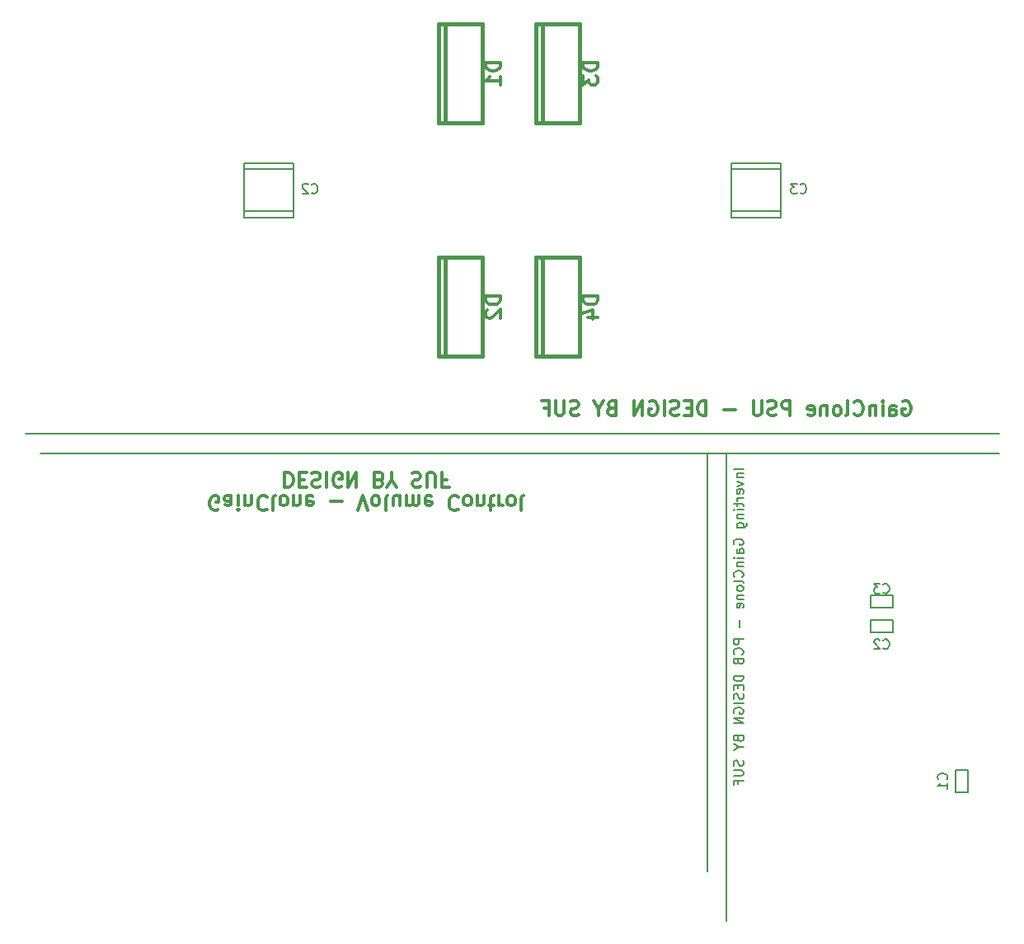
<source format=gbo>
G04 (created by PCBNEW (2013-07-07 BZR 4022)-stable) date 27/10/2013 04:34:24*
%MOIN*%
G04 Gerber Fmt 3.4, Leading zero omitted, Abs format*
%FSLAX34Y34*%
G01*
G70*
G90*
G04 APERTURE LIST*
%ADD10C,0.00393701*%
%ADD11C,0.00787402*%
%ADD12C,0.011811*%
%ADD13C,0.005*%
%ADD14C,0.015*%
G04 APERTURE END LIST*
G54D10*
G54D11*
X13779Y-27559D02*
X53149Y-27559D01*
X41338Y-28346D02*
X41338Y-45275D01*
X42125Y-28346D02*
X42125Y-47244D01*
X53149Y-28346D02*
X14370Y-28346D01*
X42806Y-28984D02*
X42413Y-28984D01*
X42544Y-29171D02*
X42806Y-29171D01*
X42582Y-29171D02*
X42563Y-29190D01*
X42544Y-29227D01*
X42544Y-29284D01*
X42563Y-29321D01*
X42600Y-29340D01*
X42806Y-29340D01*
X42544Y-29490D02*
X42806Y-29583D01*
X42544Y-29677D01*
X42788Y-29977D02*
X42806Y-29940D01*
X42806Y-29865D01*
X42788Y-29827D01*
X42750Y-29808D01*
X42600Y-29808D01*
X42563Y-29827D01*
X42544Y-29865D01*
X42544Y-29940D01*
X42563Y-29977D01*
X42600Y-29996D01*
X42638Y-29996D01*
X42675Y-29808D01*
X42806Y-30165D02*
X42544Y-30165D01*
X42619Y-30165D02*
X42582Y-30183D01*
X42563Y-30202D01*
X42544Y-30240D01*
X42544Y-30277D01*
X42544Y-30352D02*
X42544Y-30502D01*
X42413Y-30408D02*
X42750Y-30408D01*
X42788Y-30427D01*
X42806Y-30465D01*
X42806Y-30502D01*
X42806Y-30633D02*
X42544Y-30633D01*
X42413Y-30633D02*
X42432Y-30615D01*
X42450Y-30633D01*
X42432Y-30652D01*
X42413Y-30633D01*
X42450Y-30633D01*
X42544Y-30821D02*
X42806Y-30821D01*
X42582Y-30821D02*
X42563Y-30840D01*
X42544Y-30877D01*
X42544Y-30933D01*
X42563Y-30971D01*
X42600Y-30990D01*
X42806Y-30990D01*
X42544Y-31346D02*
X42863Y-31346D01*
X42900Y-31327D01*
X42919Y-31308D01*
X42938Y-31271D01*
X42938Y-31215D01*
X42919Y-31177D01*
X42788Y-31346D02*
X42806Y-31308D01*
X42806Y-31233D01*
X42788Y-31196D01*
X42769Y-31177D01*
X42732Y-31158D01*
X42619Y-31158D01*
X42582Y-31177D01*
X42563Y-31196D01*
X42544Y-31233D01*
X42544Y-31308D01*
X42563Y-31346D01*
X42432Y-32039D02*
X42413Y-32002D01*
X42413Y-31946D01*
X42432Y-31889D01*
X42469Y-31852D01*
X42507Y-31833D01*
X42582Y-31814D01*
X42638Y-31814D01*
X42713Y-31833D01*
X42750Y-31852D01*
X42788Y-31889D01*
X42806Y-31946D01*
X42806Y-31983D01*
X42788Y-32039D01*
X42769Y-32058D01*
X42638Y-32058D01*
X42638Y-31983D01*
X42806Y-32396D02*
X42600Y-32396D01*
X42563Y-32377D01*
X42544Y-32339D01*
X42544Y-32264D01*
X42563Y-32227D01*
X42788Y-32396D02*
X42806Y-32358D01*
X42806Y-32264D01*
X42788Y-32227D01*
X42750Y-32208D01*
X42713Y-32208D01*
X42675Y-32227D01*
X42657Y-32264D01*
X42657Y-32358D01*
X42638Y-32396D01*
X42806Y-32583D02*
X42544Y-32583D01*
X42413Y-32583D02*
X42432Y-32564D01*
X42450Y-32583D01*
X42432Y-32602D01*
X42413Y-32583D01*
X42450Y-32583D01*
X42544Y-32771D02*
X42806Y-32771D01*
X42582Y-32771D02*
X42563Y-32789D01*
X42544Y-32827D01*
X42544Y-32883D01*
X42563Y-32921D01*
X42600Y-32939D01*
X42806Y-32939D01*
X42769Y-33352D02*
X42788Y-33333D01*
X42806Y-33277D01*
X42806Y-33239D01*
X42788Y-33183D01*
X42750Y-33146D01*
X42713Y-33127D01*
X42638Y-33108D01*
X42582Y-33108D01*
X42507Y-33127D01*
X42469Y-33146D01*
X42432Y-33183D01*
X42413Y-33239D01*
X42413Y-33277D01*
X42432Y-33333D01*
X42450Y-33352D01*
X42806Y-33577D02*
X42788Y-33539D01*
X42750Y-33520D01*
X42413Y-33520D01*
X42806Y-33783D02*
X42788Y-33745D01*
X42769Y-33727D01*
X42732Y-33708D01*
X42619Y-33708D01*
X42582Y-33727D01*
X42563Y-33745D01*
X42544Y-33783D01*
X42544Y-33839D01*
X42563Y-33877D01*
X42582Y-33895D01*
X42619Y-33914D01*
X42732Y-33914D01*
X42769Y-33895D01*
X42788Y-33877D01*
X42806Y-33839D01*
X42806Y-33783D01*
X42544Y-34083D02*
X42806Y-34083D01*
X42582Y-34083D02*
X42563Y-34102D01*
X42544Y-34139D01*
X42544Y-34195D01*
X42563Y-34233D01*
X42600Y-34252D01*
X42806Y-34252D01*
X42788Y-34589D02*
X42806Y-34552D01*
X42806Y-34477D01*
X42788Y-34439D01*
X42750Y-34420D01*
X42600Y-34420D01*
X42563Y-34439D01*
X42544Y-34477D01*
X42544Y-34552D01*
X42563Y-34589D01*
X42600Y-34608D01*
X42638Y-34608D01*
X42675Y-34420D01*
X42657Y-35077D02*
X42657Y-35377D01*
X42806Y-35864D02*
X42413Y-35864D01*
X42413Y-36014D01*
X42432Y-36051D01*
X42450Y-36070D01*
X42488Y-36089D01*
X42544Y-36089D01*
X42582Y-36070D01*
X42600Y-36051D01*
X42619Y-36014D01*
X42619Y-35864D01*
X42769Y-36483D02*
X42788Y-36464D01*
X42806Y-36408D01*
X42806Y-36370D01*
X42788Y-36314D01*
X42750Y-36276D01*
X42713Y-36258D01*
X42638Y-36239D01*
X42582Y-36239D01*
X42507Y-36258D01*
X42469Y-36276D01*
X42432Y-36314D01*
X42413Y-36370D01*
X42413Y-36408D01*
X42432Y-36464D01*
X42450Y-36483D01*
X42600Y-36783D02*
X42619Y-36839D01*
X42638Y-36858D01*
X42675Y-36876D01*
X42732Y-36876D01*
X42769Y-36858D01*
X42788Y-36839D01*
X42806Y-36801D01*
X42806Y-36651D01*
X42413Y-36651D01*
X42413Y-36783D01*
X42432Y-36820D01*
X42450Y-36839D01*
X42488Y-36858D01*
X42525Y-36858D01*
X42563Y-36839D01*
X42582Y-36820D01*
X42600Y-36783D01*
X42600Y-36651D01*
X42806Y-37345D02*
X42413Y-37345D01*
X42413Y-37439D01*
X42432Y-37495D01*
X42469Y-37532D01*
X42507Y-37551D01*
X42582Y-37570D01*
X42638Y-37570D01*
X42713Y-37551D01*
X42750Y-37532D01*
X42788Y-37495D01*
X42806Y-37439D01*
X42806Y-37345D01*
X42600Y-37739D02*
X42600Y-37870D01*
X42806Y-37926D02*
X42806Y-37739D01*
X42413Y-37739D01*
X42413Y-37926D01*
X42788Y-38076D02*
X42806Y-38132D01*
X42806Y-38226D01*
X42788Y-38264D01*
X42769Y-38282D01*
X42732Y-38301D01*
X42694Y-38301D01*
X42657Y-38282D01*
X42638Y-38264D01*
X42619Y-38226D01*
X42600Y-38151D01*
X42582Y-38114D01*
X42563Y-38095D01*
X42525Y-38076D01*
X42488Y-38076D01*
X42450Y-38095D01*
X42432Y-38114D01*
X42413Y-38151D01*
X42413Y-38245D01*
X42432Y-38301D01*
X42806Y-38470D02*
X42413Y-38470D01*
X42432Y-38864D02*
X42413Y-38826D01*
X42413Y-38770D01*
X42432Y-38714D01*
X42469Y-38676D01*
X42507Y-38657D01*
X42582Y-38639D01*
X42638Y-38639D01*
X42713Y-38657D01*
X42750Y-38676D01*
X42788Y-38714D01*
X42806Y-38770D01*
X42806Y-38807D01*
X42788Y-38864D01*
X42769Y-38882D01*
X42638Y-38882D01*
X42638Y-38807D01*
X42806Y-39051D02*
X42413Y-39051D01*
X42806Y-39276D01*
X42413Y-39276D01*
X42600Y-39895D02*
X42619Y-39951D01*
X42638Y-39970D01*
X42675Y-39988D01*
X42732Y-39988D01*
X42769Y-39970D01*
X42788Y-39951D01*
X42806Y-39913D01*
X42806Y-39763D01*
X42413Y-39763D01*
X42413Y-39895D01*
X42432Y-39932D01*
X42450Y-39951D01*
X42488Y-39970D01*
X42525Y-39970D01*
X42563Y-39951D01*
X42582Y-39932D01*
X42600Y-39895D01*
X42600Y-39763D01*
X42619Y-40232D02*
X42806Y-40232D01*
X42413Y-40101D02*
X42619Y-40232D01*
X42413Y-40363D01*
X42788Y-40776D02*
X42806Y-40832D01*
X42806Y-40926D01*
X42788Y-40963D01*
X42769Y-40982D01*
X42732Y-41001D01*
X42694Y-41001D01*
X42657Y-40982D01*
X42638Y-40963D01*
X42619Y-40926D01*
X42600Y-40851D01*
X42582Y-40813D01*
X42563Y-40795D01*
X42525Y-40776D01*
X42488Y-40776D01*
X42450Y-40795D01*
X42432Y-40813D01*
X42413Y-40851D01*
X42413Y-40945D01*
X42432Y-41001D01*
X42413Y-41170D02*
X42732Y-41170D01*
X42769Y-41188D01*
X42788Y-41207D01*
X42806Y-41245D01*
X42806Y-41320D01*
X42788Y-41357D01*
X42769Y-41376D01*
X42732Y-41395D01*
X42413Y-41395D01*
X42600Y-41713D02*
X42600Y-41582D01*
X42806Y-41582D02*
X42413Y-41582D01*
X42413Y-41769D01*
G54D12*
X49254Y-26265D02*
X49310Y-26237D01*
X49394Y-26237D01*
X49479Y-26265D01*
X49535Y-26321D01*
X49563Y-26378D01*
X49591Y-26490D01*
X49591Y-26574D01*
X49563Y-26687D01*
X49535Y-26743D01*
X49479Y-26799D01*
X49394Y-26828D01*
X49338Y-26828D01*
X49254Y-26799D01*
X49225Y-26771D01*
X49225Y-26574D01*
X49338Y-26574D01*
X48719Y-26828D02*
X48719Y-26518D01*
X48747Y-26462D01*
X48804Y-26434D01*
X48916Y-26434D01*
X48972Y-26462D01*
X48719Y-26799D02*
X48776Y-26828D01*
X48916Y-26828D01*
X48972Y-26799D01*
X49001Y-26743D01*
X49001Y-26687D01*
X48972Y-26631D01*
X48916Y-26603D01*
X48776Y-26603D01*
X48719Y-26574D01*
X48438Y-26828D02*
X48438Y-26434D01*
X48438Y-26237D02*
X48466Y-26265D01*
X48438Y-26293D01*
X48410Y-26265D01*
X48438Y-26237D01*
X48438Y-26293D01*
X48157Y-26434D02*
X48157Y-26828D01*
X48157Y-26490D02*
X48129Y-26462D01*
X48073Y-26434D01*
X47988Y-26434D01*
X47932Y-26462D01*
X47904Y-26518D01*
X47904Y-26828D01*
X47285Y-26771D02*
X47313Y-26799D01*
X47398Y-26828D01*
X47454Y-26828D01*
X47538Y-26799D01*
X47594Y-26743D01*
X47623Y-26687D01*
X47651Y-26574D01*
X47651Y-26490D01*
X47623Y-26378D01*
X47594Y-26321D01*
X47538Y-26265D01*
X47454Y-26237D01*
X47398Y-26237D01*
X47313Y-26265D01*
X47285Y-26293D01*
X46948Y-26828D02*
X47004Y-26799D01*
X47032Y-26743D01*
X47032Y-26237D01*
X46638Y-26828D02*
X46695Y-26799D01*
X46723Y-26771D01*
X46751Y-26715D01*
X46751Y-26546D01*
X46723Y-26490D01*
X46695Y-26462D01*
X46638Y-26434D01*
X46554Y-26434D01*
X46498Y-26462D01*
X46470Y-26490D01*
X46441Y-26546D01*
X46441Y-26715D01*
X46470Y-26771D01*
X46498Y-26799D01*
X46554Y-26828D01*
X46638Y-26828D01*
X46188Y-26434D02*
X46188Y-26828D01*
X46188Y-26490D02*
X46160Y-26462D01*
X46104Y-26434D01*
X46020Y-26434D01*
X45963Y-26462D01*
X45935Y-26518D01*
X45935Y-26828D01*
X45429Y-26799D02*
X45485Y-26828D01*
X45598Y-26828D01*
X45654Y-26799D01*
X45682Y-26743D01*
X45682Y-26518D01*
X45654Y-26462D01*
X45598Y-26434D01*
X45485Y-26434D01*
X45429Y-26462D01*
X45401Y-26518D01*
X45401Y-26574D01*
X45682Y-26631D01*
X44698Y-26828D02*
X44698Y-26237D01*
X44473Y-26237D01*
X44417Y-26265D01*
X44389Y-26293D01*
X44360Y-26349D01*
X44360Y-26434D01*
X44389Y-26490D01*
X44417Y-26518D01*
X44473Y-26546D01*
X44698Y-26546D01*
X44135Y-26799D02*
X44051Y-26828D01*
X43911Y-26828D01*
X43854Y-26799D01*
X43826Y-26771D01*
X43798Y-26715D01*
X43798Y-26659D01*
X43826Y-26603D01*
X43854Y-26574D01*
X43911Y-26546D01*
X44023Y-26518D01*
X44079Y-26490D01*
X44107Y-26462D01*
X44135Y-26406D01*
X44135Y-26349D01*
X44107Y-26293D01*
X44079Y-26265D01*
X44023Y-26237D01*
X43882Y-26237D01*
X43798Y-26265D01*
X43545Y-26237D02*
X43545Y-26715D01*
X43517Y-26771D01*
X43489Y-26799D01*
X43432Y-26828D01*
X43320Y-26828D01*
X43264Y-26799D01*
X43236Y-26771D01*
X43207Y-26715D01*
X43207Y-26237D01*
X42476Y-26603D02*
X42026Y-26603D01*
X41295Y-26828D02*
X41295Y-26237D01*
X41155Y-26237D01*
X41070Y-26265D01*
X41014Y-26321D01*
X40986Y-26378D01*
X40958Y-26490D01*
X40958Y-26574D01*
X40986Y-26687D01*
X41014Y-26743D01*
X41070Y-26799D01*
X41155Y-26828D01*
X41295Y-26828D01*
X40705Y-26518D02*
X40508Y-26518D01*
X40423Y-26828D02*
X40705Y-26828D01*
X40705Y-26237D01*
X40423Y-26237D01*
X40198Y-26799D02*
X40114Y-26828D01*
X39974Y-26828D01*
X39917Y-26799D01*
X39889Y-26771D01*
X39861Y-26715D01*
X39861Y-26659D01*
X39889Y-26603D01*
X39917Y-26574D01*
X39974Y-26546D01*
X40086Y-26518D01*
X40142Y-26490D01*
X40170Y-26462D01*
X40198Y-26406D01*
X40198Y-26349D01*
X40170Y-26293D01*
X40142Y-26265D01*
X40086Y-26237D01*
X39945Y-26237D01*
X39861Y-26265D01*
X39608Y-26828D02*
X39608Y-26237D01*
X39017Y-26265D02*
X39074Y-26237D01*
X39158Y-26237D01*
X39242Y-26265D01*
X39299Y-26321D01*
X39327Y-26378D01*
X39355Y-26490D01*
X39355Y-26574D01*
X39327Y-26687D01*
X39299Y-26743D01*
X39242Y-26799D01*
X39158Y-26828D01*
X39102Y-26828D01*
X39017Y-26799D01*
X38989Y-26771D01*
X38989Y-26574D01*
X39102Y-26574D01*
X38736Y-26828D02*
X38736Y-26237D01*
X38399Y-26828D01*
X38399Y-26237D01*
X37471Y-26518D02*
X37386Y-26546D01*
X37358Y-26574D01*
X37330Y-26631D01*
X37330Y-26715D01*
X37358Y-26771D01*
X37386Y-26799D01*
X37443Y-26828D01*
X37668Y-26828D01*
X37668Y-26237D01*
X37471Y-26237D01*
X37414Y-26265D01*
X37386Y-26293D01*
X37358Y-26349D01*
X37358Y-26406D01*
X37386Y-26462D01*
X37414Y-26490D01*
X37471Y-26518D01*
X37668Y-26518D01*
X36965Y-26546D02*
X36965Y-26828D01*
X37161Y-26237D02*
X36965Y-26546D01*
X36768Y-26237D01*
X36149Y-26799D02*
X36065Y-26828D01*
X35924Y-26828D01*
X35868Y-26799D01*
X35840Y-26771D01*
X35812Y-26715D01*
X35812Y-26659D01*
X35840Y-26603D01*
X35868Y-26574D01*
X35924Y-26546D01*
X36037Y-26518D01*
X36093Y-26490D01*
X36121Y-26462D01*
X36149Y-26406D01*
X36149Y-26349D01*
X36121Y-26293D01*
X36093Y-26265D01*
X36037Y-26237D01*
X35896Y-26237D01*
X35812Y-26265D01*
X35558Y-26237D02*
X35558Y-26715D01*
X35530Y-26771D01*
X35502Y-26799D01*
X35446Y-26828D01*
X35333Y-26828D01*
X35277Y-26799D01*
X35249Y-26771D01*
X35221Y-26715D01*
X35221Y-26237D01*
X34743Y-26518D02*
X34940Y-26518D01*
X34940Y-26828D02*
X34940Y-26237D01*
X34659Y-26237D01*
X21569Y-30638D02*
X21512Y-30666D01*
X21428Y-30666D01*
X21344Y-30638D01*
X21287Y-30582D01*
X21259Y-30525D01*
X21231Y-30413D01*
X21231Y-30329D01*
X21259Y-30216D01*
X21287Y-30160D01*
X21344Y-30104D01*
X21428Y-30075D01*
X21484Y-30075D01*
X21569Y-30104D01*
X21597Y-30132D01*
X21597Y-30329D01*
X21484Y-30329D01*
X22103Y-30075D02*
X22103Y-30385D01*
X22075Y-30441D01*
X22019Y-30469D01*
X21906Y-30469D01*
X21850Y-30441D01*
X22103Y-30104D02*
X22047Y-30075D01*
X21906Y-30075D01*
X21850Y-30104D01*
X21822Y-30160D01*
X21822Y-30216D01*
X21850Y-30272D01*
X21906Y-30300D01*
X22047Y-30300D01*
X22103Y-30329D01*
X22384Y-30075D02*
X22384Y-30469D01*
X22384Y-30666D02*
X22356Y-30638D01*
X22384Y-30610D01*
X22412Y-30638D01*
X22384Y-30666D01*
X22384Y-30610D01*
X22665Y-30469D02*
X22665Y-30075D01*
X22665Y-30413D02*
X22694Y-30441D01*
X22750Y-30469D01*
X22834Y-30469D01*
X22890Y-30441D01*
X22919Y-30385D01*
X22919Y-30075D01*
X23537Y-30132D02*
X23509Y-30104D01*
X23425Y-30075D01*
X23368Y-30075D01*
X23284Y-30104D01*
X23228Y-30160D01*
X23200Y-30216D01*
X23172Y-30329D01*
X23172Y-30413D01*
X23200Y-30525D01*
X23228Y-30582D01*
X23284Y-30638D01*
X23368Y-30666D01*
X23425Y-30666D01*
X23509Y-30638D01*
X23537Y-30610D01*
X23875Y-30075D02*
X23818Y-30104D01*
X23790Y-30160D01*
X23790Y-30666D01*
X24184Y-30075D02*
X24128Y-30104D01*
X24100Y-30132D01*
X24071Y-30188D01*
X24071Y-30357D01*
X24100Y-30413D01*
X24128Y-30441D01*
X24184Y-30469D01*
X24268Y-30469D01*
X24325Y-30441D01*
X24353Y-30413D01*
X24381Y-30357D01*
X24381Y-30188D01*
X24353Y-30132D01*
X24325Y-30104D01*
X24268Y-30075D01*
X24184Y-30075D01*
X24634Y-30469D02*
X24634Y-30075D01*
X24634Y-30413D02*
X24662Y-30441D01*
X24718Y-30469D01*
X24803Y-30469D01*
X24859Y-30441D01*
X24887Y-30385D01*
X24887Y-30075D01*
X25393Y-30104D02*
X25337Y-30075D01*
X25224Y-30075D01*
X25168Y-30104D01*
X25140Y-30160D01*
X25140Y-30385D01*
X25168Y-30441D01*
X25224Y-30469D01*
X25337Y-30469D01*
X25393Y-30441D01*
X25421Y-30385D01*
X25421Y-30329D01*
X25140Y-30272D01*
X26124Y-30300D02*
X26574Y-30300D01*
X27221Y-30666D02*
X27418Y-30075D01*
X27615Y-30666D01*
X27896Y-30075D02*
X27840Y-30104D01*
X27812Y-30132D01*
X27784Y-30188D01*
X27784Y-30357D01*
X27812Y-30413D01*
X27840Y-30441D01*
X27896Y-30469D01*
X27980Y-30469D01*
X28037Y-30441D01*
X28065Y-30413D01*
X28093Y-30357D01*
X28093Y-30188D01*
X28065Y-30132D01*
X28037Y-30104D01*
X27980Y-30075D01*
X27896Y-30075D01*
X28430Y-30075D02*
X28374Y-30104D01*
X28346Y-30160D01*
X28346Y-30666D01*
X28908Y-30469D02*
X28908Y-30075D01*
X28655Y-30469D02*
X28655Y-30160D01*
X28683Y-30104D01*
X28740Y-30075D01*
X28824Y-30075D01*
X28880Y-30104D01*
X28908Y-30132D01*
X29190Y-30075D02*
X29190Y-30469D01*
X29190Y-30413D02*
X29218Y-30441D01*
X29274Y-30469D01*
X29358Y-30469D01*
X29415Y-30441D01*
X29443Y-30385D01*
X29443Y-30075D01*
X29443Y-30385D02*
X29471Y-30441D01*
X29527Y-30469D01*
X29611Y-30469D01*
X29668Y-30441D01*
X29696Y-30385D01*
X29696Y-30075D01*
X30202Y-30104D02*
X30146Y-30075D01*
X30033Y-30075D01*
X29977Y-30104D01*
X29949Y-30160D01*
X29949Y-30385D01*
X29977Y-30441D01*
X30033Y-30469D01*
X30146Y-30469D01*
X30202Y-30441D01*
X30230Y-30385D01*
X30230Y-30329D01*
X29949Y-30272D01*
X31271Y-30132D02*
X31242Y-30104D01*
X31158Y-30075D01*
X31102Y-30075D01*
X31017Y-30104D01*
X30961Y-30160D01*
X30933Y-30216D01*
X30905Y-30329D01*
X30905Y-30413D01*
X30933Y-30525D01*
X30961Y-30582D01*
X31017Y-30638D01*
X31102Y-30666D01*
X31158Y-30666D01*
X31242Y-30638D01*
X31271Y-30610D01*
X31608Y-30075D02*
X31552Y-30104D01*
X31524Y-30132D01*
X31496Y-30188D01*
X31496Y-30357D01*
X31524Y-30413D01*
X31552Y-30441D01*
X31608Y-30469D01*
X31692Y-30469D01*
X31749Y-30441D01*
X31777Y-30413D01*
X31805Y-30357D01*
X31805Y-30188D01*
X31777Y-30132D01*
X31749Y-30104D01*
X31692Y-30075D01*
X31608Y-30075D01*
X32058Y-30469D02*
X32058Y-30075D01*
X32058Y-30413D02*
X32086Y-30441D01*
X32142Y-30469D01*
X32227Y-30469D01*
X32283Y-30441D01*
X32311Y-30385D01*
X32311Y-30075D01*
X32508Y-30469D02*
X32733Y-30469D01*
X32592Y-30666D02*
X32592Y-30160D01*
X32620Y-30104D01*
X32677Y-30075D01*
X32733Y-30075D01*
X32930Y-30075D02*
X32930Y-30469D01*
X32930Y-30357D02*
X32958Y-30413D01*
X32986Y-30441D01*
X33042Y-30469D01*
X33098Y-30469D01*
X33380Y-30075D02*
X33323Y-30104D01*
X33295Y-30132D01*
X33267Y-30188D01*
X33267Y-30357D01*
X33295Y-30413D01*
X33323Y-30441D01*
X33380Y-30469D01*
X33464Y-30469D01*
X33520Y-30441D01*
X33548Y-30413D01*
X33577Y-30357D01*
X33577Y-30188D01*
X33548Y-30132D01*
X33520Y-30104D01*
X33464Y-30075D01*
X33380Y-30075D01*
X33914Y-30075D02*
X33858Y-30104D01*
X33830Y-30160D01*
X33830Y-30666D01*
X24268Y-29131D02*
X24268Y-29721D01*
X24409Y-29721D01*
X24493Y-29693D01*
X24550Y-29637D01*
X24578Y-29580D01*
X24606Y-29468D01*
X24606Y-29384D01*
X24578Y-29271D01*
X24550Y-29215D01*
X24493Y-29159D01*
X24409Y-29131D01*
X24268Y-29131D01*
X24859Y-29440D02*
X25056Y-29440D01*
X25140Y-29131D02*
X24859Y-29131D01*
X24859Y-29721D01*
X25140Y-29721D01*
X25365Y-29159D02*
X25449Y-29131D01*
X25590Y-29131D01*
X25646Y-29159D01*
X25674Y-29187D01*
X25703Y-29243D01*
X25703Y-29299D01*
X25674Y-29356D01*
X25646Y-29384D01*
X25590Y-29412D01*
X25478Y-29440D01*
X25421Y-29468D01*
X25393Y-29496D01*
X25365Y-29552D01*
X25365Y-29609D01*
X25393Y-29665D01*
X25421Y-29693D01*
X25478Y-29721D01*
X25618Y-29721D01*
X25703Y-29693D01*
X25956Y-29131D02*
X25956Y-29721D01*
X26546Y-29693D02*
X26490Y-29721D01*
X26406Y-29721D01*
X26321Y-29693D01*
X26265Y-29637D01*
X26237Y-29580D01*
X26209Y-29468D01*
X26209Y-29384D01*
X26237Y-29271D01*
X26265Y-29215D01*
X26321Y-29159D01*
X26406Y-29131D01*
X26462Y-29131D01*
X26546Y-29159D01*
X26574Y-29187D01*
X26574Y-29384D01*
X26462Y-29384D01*
X26827Y-29131D02*
X26827Y-29721D01*
X27165Y-29131D01*
X27165Y-29721D01*
X28093Y-29440D02*
X28177Y-29412D01*
X28205Y-29384D01*
X28233Y-29327D01*
X28233Y-29243D01*
X28205Y-29187D01*
X28177Y-29159D01*
X28121Y-29131D01*
X27896Y-29131D01*
X27896Y-29721D01*
X28093Y-29721D01*
X28149Y-29693D01*
X28177Y-29665D01*
X28205Y-29609D01*
X28205Y-29552D01*
X28177Y-29496D01*
X28149Y-29468D01*
X28093Y-29440D01*
X27896Y-29440D01*
X28599Y-29412D02*
X28599Y-29131D01*
X28402Y-29721D02*
X28599Y-29412D01*
X28796Y-29721D01*
X29415Y-29159D02*
X29499Y-29131D01*
X29640Y-29131D01*
X29696Y-29159D01*
X29724Y-29187D01*
X29752Y-29243D01*
X29752Y-29299D01*
X29724Y-29356D01*
X29696Y-29384D01*
X29640Y-29412D01*
X29527Y-29440D01*
X29471Y-29468D01*
X29443Y-29496D01*
X29415Y-29552D01*
X29415Y-29609D01*
X29443Y-29665D01*
X29471Y-29693D01*
X29527Y-29721D01*
X29668Y-29721D01*
X29752Y-29693D01*
X30005Y-29721D02*
X30005Y-29243D01*
X30033Y-29187D01*
X30061Y-29159D01*
X30118Y-29131D01*
X30230Y-29131D01*
X30286Y-29159D01*
X30314Y-29187D01*
X30343Y-29243D01*
X30343Y-29721D01*
X30821Y-29440D02*
X30624Y-29440D01*
X30624Y-29131D02*
X30624Y-29721D01*
X30905Y-29721D01*
G54D13*
X51397Y-41158D02*
X51397Y-42058D01*
X51397Y-42058D02*
X51897Y-42058D01*
X51897Y-42058D02*
X51897Y-41158D01*
X51897Y-41158D02*
X51397Y-41158D01*
X47947Y-35608D02*
X48847Y-35608D01*
X48847Y-35608D02*
X48847Y-35108D01*
X48847Y-35108D02*
X47947Y-35108D01*
X47947Y-35108D02*
X47947Y-35608D01*
X48847Y-34108D02*
X47947Y-34108D01*
X47947Y-34108D02*
X47947Y-34608D01*
X47947Y-34608D02*
X48847Y-34608D01*
X48847Y-34608D02*
X48847Y-34108D01*
G54D14*
X30746Y-10992D02*
X30496Y-10992D01*
X30496Y-10992D02*
X30496Y-14992D01*
X30496Y-14992D02*
X30746Y-14992D01*
X32246Y-10992D02*
X30746Y-10992D01*
X30746Y-10992D02*
X30746Y-14992D01*
X30746Y-14992D02*
X32246Y-14992D01*
X32246Y-14992D02*
X32246Y-10992D01*
X30746Y-20440D02*
X30496Y-20440D01*
X30496Y-20440D02*
X30496Y-24440D01*
X30496Y-24440D02*
X30746Y-24440D01*
X32246Y-20440D02*
X30746Y-20440D01*
X30746Y-20440D02*
X30746Y-24440D01*
X30746Y-24440D02*
X32246Y-24440D01*
X32246Y-24440D02*
X32246Y-20440D01*
X34683Y-20440D02*
X34433Y-20440D01*
X34433Y-20440D02*
X34433Y-24440D01*
X34433Y-24440D02*
X34683Y-24440D01*
X36183Y-20440D02*
X34683Y-20440D01*
X34683Y-20440D02*
X34683Y-24440D01*
X34683Y-24440D02*
X36183Y-24440D01*
X36183Y-24440D02*
X36183Y-20440D01*
X34683Y-10992D02*
X34433Y-10992D01*
X34433Y-10992D02*
X34433Y-14992D01*
X34433Y-14992D02*
X34683Y-14992D01*
X36183Y-10992D02*
X34683Y-10992D01*
X34683Y-10992D02*
X34683Y-14992D01*
X34683Y-14992D02*
X36183Y-14992D01*
X36183Y-14992D02*
X36183Y-10992D01*
G54D13*
X24622Y-16866D02*
X22622Y-16866D01*
X24622Y-18566D02*
X22622Y-18566D01*
X24622Y-18816D02*
X24622Y-16616D01*
X24622Y-16616D02*
X22622Y-16616D01*
X22622Y-16616D02*
X22622Y-18816D01*
X22622Y-18816D02*
X24622Y-18816D01*
X44307Y-16866D02*
X42307Y-16866D01*
X44307Y-18566D02*
X42307Y-18566D01*
X44307Y-18816D02*
X44307Y-16616D01*
X44307Y-16616D02*
X42307Y-16616D01*
X42307Y-16616D02*
X42307Y-18816D01*
X42307Y-18816D02*
X44307Y-18816D01*
G54D11*
X51019Y-41542D02*
X51038Y-41523D01*
X51056Y-41467D01*
X51056Y-41430D01*
X51038Y-41373D01*
X51000Y-41336D01*
X50963Y-41317D01*
X50888Y-41298D01*
X50832Y-41298D01*
X50757Y-41317D01*
X50719Y-41336D01*
X50682Y-41373D01*
X50663Y-41430D01*
X50663Y-41467D01*
X50682Y-41523D01*
X50700Y-41542D01*
X51056Y-41917D02*
X51056Y-41692D01*
X51056Y-41805D02*
X50663Y-41805D01*
X50719Y-41767D01*
X50757Y-41730D01*
X50775Y-41692D01*
X48463Y-36230D02*
X48482Y-36248D01*
X48538Y-36267D01*
X48575Y-36267D01*
X48631Y-36248D01*
X48669Y-36211D01*
X48688Y-36173D01*
X48706Y-36098D01*
X48706Y-36042D01*
X48688Y-35967D01*
X48669Y-35930D01*
X48631Y-35892D01*
X48575Y-35873D01*
X48538Y-35873D01*
X48482Y-35892D01*
X48463Y-35911D01*
X48313Y-35911D02*
X48294Y-35892D01*
X48257Y-35873D01*
X48163Y-35873D01*
X48125Y-35892D01*
X48107Y-35911D01*
X48088Y-35948D01*
X48088Y-35986D01*
X48107Y-36042D01*
X48332Y-36267D01*
X48088Y-36267D01*
X48463Y-33980D02*
X48482Y-33998D01*
X48538Y-34017D01*
X48575Y-34017D01*
X48631Y-33998D01*
X48669Y-33961D01*
X48688Y-33923D01*
X48706Y-33848D01*
X48706Y-33792D01*
X48688Y-33717D01*
X48669Y-33680D01*
X48631Y-33642D01*
X48575Y-33623D01*
X48538Y-33623D01*
X48482Y-33642D01*
X48463Y-33661D01*
X48332Y-33623D02*
X48088Y-33623D01*
X48219Y-33773D01*
X48163Y-33773D01*
X48125Y-33792D01*
X48107Y-33811D01*
X48088Y-33848D01*
X48088Y-33942D01*
X48107Y-33980D01*
X48125Y-33998D01*
X48163Y-34017D01*
X48275Y-34017D01*
X48313Y-33998D01*
X48332Y-33980D01*
G54D12*
X32985Y-12556D02*
X32394Y-12556D01*
X32394Y-12696D01*
X32422Y-12781D01*
X32478Y-12837D01*
X32535Y-12865D01*
X32647Y-12893D01*
X32732Y-12893D01*
X32844Y-12865D01*
X32900Y-12837D01*
X32956Y-12781D01*
X32985Y-12696D01*
X32985Y-12556D01*
X32985Y-13456D02*
X32985Y-13118D01*
X32985Y-13287D02*
X32394Y-13287D01*
X32478Y-13231D01*
X32535Y-13174D01*
X32563Y-13118D01*
X32985Y-22005D02*
X32394Y-22005D01*
X32394Y-22145D01*
X32422Y-22230D01*
X32478Y-22286D01*
X32535Y-22314D01*
X32647Y-22342D01*
X32732Y-22342D01*
X32844Y-22314D01*
X32900Y-22286D01*
X32956Y-22230D01*
X32985Y-22145D01*
X32985Y-22005D01*
X32450Y-22567D02*
X32422Y-22595D01*
X32394Y-22651D01*
X32394Y-22792D01*
X32422Y-22848D01*
X32450Y-22876D01*
X32507Y-22904D01*
X32563Y-22904D01*
X32647Y-22876D01*
X32985Y-22539D01*
X32985Y-22904D01*
X36922Y-22005D02*
X36331Y-22005D01*
X36331Y-22145D01*
X36359Y-22230D01*
X36415Y-22286D01*
X36472Y-22314D01*
X36584Y-22342D01*
X36669Y-22342D01*
X36781Y-22314D01*
X36837Y-22286D01*
X36893Y-22230D01*
X36922Y-22145D01*
X36922Y-22005D01*
X36528Y-22848D02*
X36922Y-22848D01*
X36303Y-22708D02*
X36725Y-22567D01*
X36725Y-22933D01*
X36922Y-12556D02*
X36331Y-12556D01*
X36331Y-12696D01*
X36359Y-12781D01*
X36415Y-12837D01*
X36472Y-12865D01*
X36584Y-12893D01*
X36669Y-12893D01*
X36781Y-12865D01*
X36837Y-12837D01*
X36893Y-12781D01*
X36922Y-12696D01*
X36922Y-12556D01*
X36331Y-13090D02*
X36331Y-13456D01*
X36556Y-13259D01*
X36556Y-13343D01*
X36584Y-13399D01*
X36612Y-13428D01*
X36669Y-13456D01*
X36809Y-13456D01*
X36865Y-13428D01*
X36893Y-13399D01*
X36922Y-13343D01*
X36922Y-13174D01*
X36893Y-13118D01*
X36865Y-13090D01*
G54D11*
X25354Y-17810D02*
X25373Y-17829D01*
X25429Y-17848D01*
X25467Y-17848D01*
X25523Y-17829D01*
X25561Y-17792D01*
X25579Y-17754D01*
X25598Y-17679D01*
X25598Y-17623D01*
X25579Y-17548D01*
X25561Y-17510D01*
X25523Y-17473D01*
X25467Y-17454D01*
X25429Y-17454D01*
X25373Y-17473D01*
X25354Y-17492D01*
X25205Y-17492D02*
X25186Y-17473D01*
X25148Y-17454D01*
X25055Y-17454D01*
X25017Y-17473D01*
X24998Y-17492D01*
X24980Y-17529D01*
X24980Y-17567D01*
X24998Y-17623D01*
X25223Y-17848D01*
X24980Y-17848D01*
X45104Y-17810D02*
X45123Y-17829D01*
X45179Y-17848D01*
X45217Y-17848D01*
X45273Y-17829D01*
X45311Y-17792D01*
X45329Y-17754D01*
X45348Y-17679D01*
X45348Y-17623D01*
X45329Y-17548D01*
X45311Y-17510D01*
X45273Y-17473D01*
X45217Y-17454D01*
X45179Y-17454D01*
X45123Y-17473D01*
X45104Y-17492D01*
X44973Y-17454D02*
X44730Y-17454D01*
X44861Y-17604D01*
X44805Y-17604D01*
X44767Y-17623D01*
X44748Y-17642D01*
X44730Y-17679D01*
X44730Y-17773D01*
X44748Y-17810D01*
X44767Y-17829D01*
X44805Y-17848D01*
X44917Y-17848D01*
X44955Y-17829D01*
X44973Y-17810D01*
M02*

</source>
